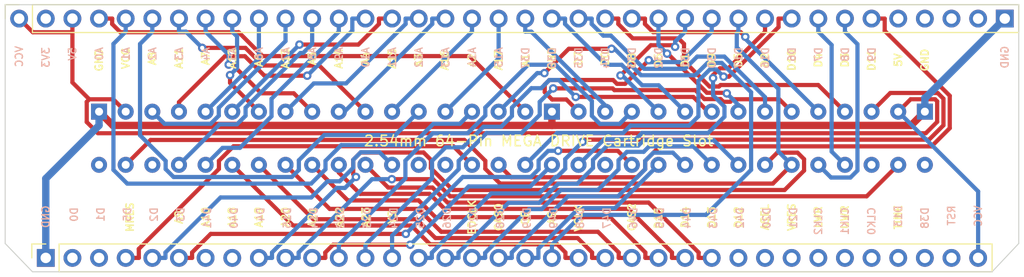
<source format=kicad_pcb>
(kicad_pcb (version 20211014) (generator pcbnew)
  (title_block (title "OSCR MEGADRIVE ADAPTER") (date "2021-11-15") (rev "V1"))
  (layers (0 "F.Cu" signal) (31 "B.Cu" signal) (34 "B.Paste" user) (35 "F.Paste" user) (36 "B.SilkS" user "B.Silkscreen") (37 "F.SilkS" user "F.Silkscreen") (38 "B.Mask" user) (39 "F.Mask" user) (44 "Edge.Cuts" user))
  (net 0 "")
  (net 1 "D50")
  (net 2 "D51")
  (net 3 "D28")
  (net 4 "D52")
  (net 5 "D26")
  (net 6 "D27")
  (net 7 "D24")
  (net 8 "D25")
  (net 9 "D22")
  (net 10 "D23")
  (net 11 "D53")
  (net 12 "+3V3")
  (net 13 "D9")
  (net 14 "D8")
  (net 15 "D7")
  (net 16 "D6")
  (net 17 "D16")
  (net 18 "D17")
  (net 19 "D30")
  (net 20 "D31")
  (net 21 "D32")
  (net 22 "D33")
  (net 23 "D34")
  (net 24 "D36")
  (net 25 "D37")
  (net 26 "VCC")
  (net 27 "D0")
  (net 28 "D1")
  (net 29 "D5")
  (net 30 "D2")
  (net 31 "D3")
  (net 32 "GND")
  (net 33 "D46")
  (net 34 "D47")
  (net 35 "D44")
  (net 36 "D45")
  (net 37 "D42")
  (net 38 "D43")
  (net 39 "D41")
  (net 40 "D40")
  (net 41 "D4")
  (net 42 "D15")
  (net 43 "D14")
  (net 44 "D29")
  (net 45 "D20")
  (net 46 "D21")
  (net 47 "A14")
  (net 48 "A15")
  (net 49 "A12")
  (net 50 "A13")
  (net 51 "A10")
  (net 52 "A11")
  (net 53 "A8")
  (net 54 "A9")
  (net 55 "A6")
  (net 56 "A7")
  (net 57 "A4")
  (net 58 "A5")
  (net 59 "A2")
  (net 60 "A3")
  (net 61 "A0")
  (net 62 "A1")
  (net 63 "D35")
  (net 64 "CLK2")
  (net 65 "CLK1")
  (net 66 "D13")
  (net 67 "D38")
  (net 68 "D49")
  (net 69 "D48")
  (net 70 "RESET")
  (net 72 "CLK0")
  (footprint "Connector_PinSocket_2.54mm:PinSocket_1x36_P2.54mm_Vertical" (layer "F.Cu") (at 105.1 104.255 90)
    (fp_text reference "J2" hide)
    (fp_text value "CART SLOT BOTTOM ROW" hide)
  )
  (footprint "Connector_PinSocket_2.54mm:PinSocket_1x38_P2.54mm_Vertical" (layer "F.Cu") (at 102.56 81.395 90)
    (fp_text reference "J1" hide)
    (fp_text value "CART SLOT TOP ROW" hide)
  )
  (footprint "!sanni:MD_Slot" (layer "F.Cu") (at 149.55 92.825 90)
    (fp_text reference "U1" hide)
    (fp_text value "MD_Slot" hide)
  )
  (gr_line (start 101.23 80.07) (end 101.23 102.88) (layer "Edge.Cuts") (width 0.1))
  (gr_line (start 197.87 80.07) (end 101.23 80.07) (layer "Edge.Cuts") (width 0.1))
  (gr_line (start 195.33 105.58) (end 197.87 102.88) (layer "Edge.Cuts") (width 0.1))
  (gr_line (start 103.83 105.58) (end 195.33 105.58) (layer "Edge.Cuts") (width 0.1))
  (gr_line (start 197.87 102.88) (end 197.87 80.07) (layer "Edge.Cuts") (width 0.1))
  (gr_line (start 101.23 102.88) (end 103.83 105.58) (layer "Edge.Cuts") (width 0.1))
  (gr_text "D43" (at 168.76 99.345 90) (layer "B.SilkS") (effects (font (size 0.7 0.7) (thickness 0.125)) (justify left mirror)))
  (gr_text "D3" (at 117.96 99.345 90) (layer "B.SilkS") (effects (font (size 0.7 0.7) (thickness 0.125)) (justify left mirror)))
  (gr_text "D1" (at 110.34 99.345 90) (layer "B.SilkS") (effects (font (size 0.7 0.7) (thickness 0.125)) (justify left mirror)))
  (gr_text "D9" (at 183.86 84.055 90) (layer "B.SilkS") (effects (font (size 0.7 0.7) (thickness 0.125)) (justify left mirror)))
  (gr_text "A6" (at 125.44 84.055 90) (layer "B.SilkS") (effects (font (size 0.7 0.7) (thickness 0.125)) (justify left mirror)))
  (gr_text "D48" (at 156.06 99.345 90) (layer "B.SilkS") (effects (font (size 0.7 0.7) (thickness 0.125)) (justify left mirror)))
  (gr_text "VCC" (at 194 99.175 90) (layer "B.SilkS") (effects (font (size 0.7 0.7) (thickness 0.125)) (justify left mirror)))
  (gr_text "A4" (at 120.36 84.055 90) (layer "B.SilkS") (effects (font (size 0.7 0.7) (thickness 0.125)) (justify left mirror)))
  (gr_text "A2" (at 115.28 84.055 90) (layer "B.SilkS") (effects (font (size 0.7 0.7) (thickness 0.125)) (justify left mirror)))
  (gr_text "D31" (at 166.08 84.055 90) (layer "B.SilkS") (effects (font (size 0.7 0.7) (thickness 0.125)) (justify left mirror)))
  (gr_text "D23" (at 135.74 99.345 90) (layer "B.SilkS") (effects (font (size 0.7 0.7) (thickness 0.125)) (justify left mirror)))
  (gr_text "D7" (at 178.78 84.055 90) (layer "B.SilkS") (effects (font (size 0.7 0.7) (thickness 0.125)) (justify left mirror)))
  (gr_text "D49" (at 153.52 99.345 90) (layer "B.SilkS") (effects (font (size 0.7 0.7) (thickness 0.125)) (justify left mirror)))
  (gr_text "D38" (at 188.92 99.345 90) (layer "B.SilkS") (effects (font (size 0.7 0.7) (thickness 0.125)) (justify left mirror)))
  (gr_text "A10" (at 135.6 84.055 90) (layer "B.SilkS") (effects (font (size 0.7 0.7) (thickness 0.125)) (justify left mirror)))
  (gr_text "D37" (at 150.84 84.055 90) (layer "B.SilkS") (effects (font (size 0.7 0.7) (thickness 0.125)) (justify left mirror)))
  (gr_text "D4" (at 125.58 99.345 90) (layer "B.SilkS") (effects (font (size 0.7 0.7) (thickness 0.125)) (justify left mirror)))
  (gr_text "D32" (at 163.54 84.055 90) (layer "B.SilkS") (effects (font (size 0.7 0.7) (thickness 0.125)) (justify left mirror)))
  (gr_text "D8" (at 181.32 84.055 90) (layer "B.SilkS") (effects (font (size 0.7 0.7) (thickness 0.125)) (justify left mirror)))
  (gr_text "D30" (at 168.62 84.055 90) (layer "B.SilkS") (effects (font (size 0.7 0.7) (thickness 0.125)) (justify left mirror)))
  (gr_text "D29" (at 150.98 99.345 90) (layer "B.SilkS") (effects (font (size 0.7 0.7) (thickness 0.125)) (justify left mirror)))
  (gr_text "RST" (at 191.46 99.175 90) (layer "B.SilkS") (effects (font (size 0.7 0.7) (thickness 0.125)) (justify left mirror)))
  (gr_text "A14" (at 145.76 84.055 90) (layer "B.SilkS") (effects (font (size 0.7 0.7) (thickness 0.125)) (justify left mirror)))
  (gr_text "D2" (at 115.42 99.345 90) (layer "B.SilkS") (effects (font (size 0.7 0.7) (thickness 0.125)) (justify left mirror)))
  (gr_text "CLK2" (at 178.76 99.345 90) (layer "B.SilkS") (effects (font (size 0.7 0.7) (thickness 0.125)) (justify left mirror)))
  (gr_text "D14" (at 130.66 99.345 90) (layer "B.SilkS") (effects (font (size 0.7 0.7) (thickness 0.125)) (justify left mirror)))
  (gr_text "3V3" (at 105.1 84.055 90) (layer "B.SilkS") (effects (font (size 0.7 0.7) (thickness 0.125)) (justify left mirror)))
  (gr_text "D47" (at 158.6 99.345 90) (layer "B.SilkS") (effects (font (size 0.7 0.7) (thickness 0.125)) (justify left mirror)))
  (gr_text "D6" (at 176.24 84.055 90) (layer "B.SilkS") (effects (font (size 0.7 0.7) (thickness 0.125)) (justify left mirror)))
  (gr_text "A0" (at 110.2 84.055 90) (layer "B.SilkS") (effects (font (size 0.7 0.7) (thickness 0.125)) (justify left mirror)))
  (gr_text "D40" (at 123.04 99.345 90) (layer "B.SilkS") (effects (font (size 0.7 0.7) (thickness 0.125)) (justify left mirror)))
  (gr_text "A5" (at 122.9 84.055 90) (layer "B.SilkS") (effects (font (size 0.7 0.7) (thickness 0.125)) (justify left mirror)))
  (gr_text "CLK1" (at 181.3 99.345 90) (layer "B.SilkS") (effects (font (size 0.7 0.7) (thickness 0.125)) (justify left mirror)))
  (gr_text "A1" (at 112.74 84.055 90) (layer "B.SilkS") (effects (font (size 0.7 0.7) (thickness 0.125)) (justify left mirror)))
  (gr_text "D24" (at 138.28 99.345 90) (layer "B.SilkS") (effects (font (size 0.7 0.7) (thickness 0.125)) (justify left mirror)))
  (gr_text "D44" (at 166.22 99.345 90) (layer "B.SilkS") (effects (font (size 0.7 0.7) (thickness 0.125)) (justify left mirror)))
  (gr_text "D22" (at 133.2 99.345 90) (layer "B.SilkS") (effects (font (size 0.7 0.7) (thickness 0.125)) (justify left mirror)))
  (gr_text "A12" (at 140.68 84.055 90) (layer "B.SilkS") (effects (font (size 0.7 0.7) (thickness 0.125)) (justify left mirror)))
  (gr_text "D26" (at 143.36 99.345 90) (layer "B.SilkS") (effects (font (size 0.7 0.7) (thickness 0.125)) (justify left mirror)))
  (gr_text "D42" (at 171.3 99.345 90) (layer "B.SilkS") (effects (font (size 0.7 0.7) (thickness 0.125)) (justify left mirror)))
  (gr_text "VCC" (at 102.56 83.935 90) (layer "B.SilkS") (effects (font (size 0.7 0.7) (thickness 0.125)) (justify left mirror)))
  (gr_text "D5" (at 112.88 99.345 90) (layer "B.SilkS") (effects (font (size 0.7 0.7) (thickness 0.125)) (justify left mirror)))
  (gr_text "A3" (at 117.82 84.055 90) (layer "B.SilkS") (effects (font (size 0.7 0.7) (thickness 0.125)) (justify left mirror)))
  (gr_text "D36" (at 153.38 84.055 90) (layer "B.SilkS") (effects (font (size 0.7 0.7) (thickness 0.125)) (justify left mirror)))
  (gr_text "D33" (at 161 84.055 90) (layer "B.SilkS") (effects (font (size 0.7 0.7) (thickness 0.125)) (justify left mirror)))
  (gr_text "D34" (at 158.46 84.055 90) (layer "B.SilkS") (effects (font (size 0.7 0.7) (thickness 0.125)) (justify left mirror)))
  (gr_text "D15" (at 128.12 99.345 90) (layer "B.SilkS") (effects (font (size 0.7 0.7) (thickness 0.125)) (justify left mirror)))
  (gr_text "GND" (at 105.1 99.175 90) (layer "B.SilkS") (effects (font (size 0.7 0.7) (thickness 0.125)) (justify left mirror)))
  (gr_text "D28" (at 148.44 99.345 90) (layer "B.SilkS") (effects (font (size 0.7 0.7) (thickness 0.125)) (justify left mirror)))
  (gr_text "D21" (at 176.38 99.345 90) (layer "B.SilkS") (effects (font (size 0.7 0.7) (thickness 0.125)) (justify left mirror)))
  (gr_text "CLK0" (at 183.84 99.345 90) (layer "B.SilkS") (effects (font (size 0.7 0.7) (thickness 0.125)) (justify left mirror)))
  (gr_text "D17" (at 171.16 84.055 90) (layer "B.SilkS") (effects (font (size 0.7 0.7) (thickness 0.125)) (justify left mirror)))
  (gr_text "D41" (at 120.5 99.345 90) (layer "B.SilkS") (effects (font (size 0.7 0.7) (thickness 0.125)) (justify left mirror)))
  (gr_text "A9" (at 133.06 84.055 90) (layer "B.SilkS") (effects (font (size 0.7 0.7) (thickness 0.125)) (justify left mirror)))
  (gr_text "A7" (at 127.98 84.055 90) (layer "B.SilkS") (effects (font (size 0.7 0.7) (thickness 0.125)) (justify left mirror)))
  (gr_text "D27" (at 145.9 99.345 90) (layer "B.SilkS") (effects (font (size 0.7 0.7) (thickness 0.125)) (justify left mirror)))
  (gr_text "GND" (at 196.54 83.935 90) (layer "B.SilkS") (effects (font (size 0.7 0.7) (thickness 0.125)) (justify left mirror)))
  (gr_text "A8" (at 130.52 84.055 90) (layer "B.SilkS") (effects (font (size 0.7 0.7) (thickness 0.125)) (justify left mirror)))
  (gr_text "D46" (at 161.14 99.345 90) (layer "B.SilkS") (effects (font (size 0.7 0.7) (thickness 0.125)) (justify left mirror)))
  (gr_text "A11" (at 138.14 84.055 90) (layer "B.SilkS") (effects (font (size 0.7 0.7) (thickness 0.125)) (justify left mirror)))
  (gr_text "D20" (at 173.84 99.345 90) (layer "B.SilkS") (effects (font (size 0.7 0.7) (thickness 0.125)) (justify left mirror)))
  (gr_text "A13" (at 143.22 84.055 90) (layer "B.SilkS") (effects (font (size 0.7 0.7) (thickness 0.125)) (justify left mirror)))
  (gr_text "D16" (at 173.7 84.055 90) (layer "B.SilkS") (effects (font (size 0.7 0.7) (thickness 0.125)) (justify left mirror)))
  (gr_text "D13" (at 186.38 99.175 90) (layer "B.SilkS") (effects (font (size 0.7 0.7) (thickness 0.125)) (justify left mirror)))
  (gr_text "A15" (at 148.3 84.055 90) (layer "B.SilkS") (effects (font (size 0.7 0.7) (thickness 0.125)) (justify left mirror)))
  (gr_text "D25" (at 140.82 99.345 90) (layer "B.SilkS") (effects (font (size 0.7 0.7) (thickness 0.125)) (justify left mirror)))
  (gr_text "D45" (at 163.68 99.345 90) (layer "B.SilkS") (effects (font (size 0.7 0.7) (thickness 0.125)) (justify left mirror)))
  (gr_text "5V" (at 107.64 84.055 90) (layer "B.SilkS") (effects (font (size 0.7 0.7) (thickness 0.125)) (justify left mirror)))
  (gr_text "D0" (at 107.8 99.345 90) (layer "B.SilkS") (effects (font (size 0.7 0.7) (thickness 0.125)) (justify left mirror)))
  (gr_text "D35" (at 155.92 84.055 90) (layer "B.SilkS") (effects (font (size 0.7 0.7) (thickness 0.125)) (justify left mirror)))
  (gr_text "A3" (at 140.66 85.365 90) (layer "F.SilkS") (effects (font (size 0.7 0.7))))
  (gr_text "D11" (at 183.84 85.365 90) (layer "F.SilkS") (effects (font (size 0.7 0.7))))
  (gr_text "D5" (at 171.14 85.365 90) (layer "F.SilkS") (effects (font (size 0.7 0.7))))
  (gr_text "A9\n" (at 117.8 100.364999 90) (layer "F.SilkS") (effects (font (size 0.7 0.7))))
  (gr_text "A18" (at 122.88 100.364999 90) (layer "F.SilkS") (effects (font (size 0.7 0.7))))
  (gr_text "EDCLK\n" (at 145.74 100.365 90) (layer "F.SilkS") (effects (font (size 0.7 0.7))))
  (gr_text "GND" (at 188.92 85.357444 90) (layer "F.SilkS") (effects (font (size 0.7 0.7))))
  (gr_text "D3" (at 181.3 85.365 90) (layer "F.SilkS") (effects (font (size 0.7 0.7))))
  (gr_text "A20" (at 127.96 100.364999 90) (layer "F.SilkS") (effects (font (size 0.7 0.7))))
  (gr_text "LWR" (at 178.76 100.365 90) (layer "F.SilkS") (effects (font (size 0.7 0.7))))
  (gr_text "D7" (at 155.9 85.205 90) (layer "F.SilkS") (effects (font (size 0.7 0.7))))
  (gr_text "CE" (at 150.82 100.445 90) (layer "F.SilkS") (effects (font (size 0.7 0.7))))
  (gr_text "A7" (at 120.34 85.205 90) (layer "F.SilkS") (effects (font (size 0.7 0.7))))
  (gr_text "ASEL" (at 173.68 100.365 90) (layer "F.SilkS") (effects (font (size 0.7 0.7))))
  (gr_text "A23" (at 135.63 100.364999 90) (layer "F.SilkS") (effects (font (size 0.7 0.7))))
  (gr_text "D10" (at 176.22 85.365 90) (layer "F.SilkS") (effects (font (size 0.7 0.7))))
  (gr_text "GND" (at 110.18 85.365 90) (layer "F.SilkS") (effects (font (size 0.7 0.7))))
  (gr_text "A8" (at 115.26 85.205 90) (layer "F.SilkS") (effects (font (size 0.7 0.7))))
  (gr_text "TIME" (at 186.38 100.365 90) (layer "F.SilkS") (effects (font (size 0.7 0.7))))
  (gr_text "D14\n" (at 166.06 100.365 90) (layer "F.SilkS") (effects (font (size 0.7 0.7))))
  (gr_text "D1" (at 166.06 85.365 90) (layer "F.SilkS") (effects (font (size 0.7 0.7))))
  (gr_text "A11" (at 117.8 85.205 90) (layer "F.SilkS") (effects (font (size 0.7 0.7))))
  (gr_text "A2" (at 145.74 85.365 90) (layer "F.SilkS") (effects (font (size 0.7 0.7))))
  (gr_text "MRES" (at 113.13 100.364999 90) (layer "F.SilkS") (effects (font (size 0.7 0.7))))
  (gr_text "VCLK\n" (at 155.9 100.445 90) (layer "F.SilkS") (effects (font (size 0.7 0.7))))
  (gr_text "AS" (at 153.36 100.445 90) (layer "F.SilkS") (effects (font (size 0.7 0.7))))
  (gr_text "A6" (at 125.42 85.365 90) (layer "F.SilkS") (effects (font (size 0.7 0.7))))
  (gr_text "UWR" (at 181.3 100.365 90) (layer "F.SilkS") (effects (font (size 0.7 0.7))))
  (gr_text "VCC" (at 112.72 85.205 90) (layer "F.SilkS") (effects (font (size 0.7 0.7))))
  (gr_text "D8" (at 160.98 85.365 90) (layer "F.SilkS") (effects (font (size 0.7 0.7))))
  (gr_text "A15" (at 138.13 85.205 90) (layer "F.SilkS") (effects (font (size 0.7 0.7))))
  (gr_text "A4" (at 135.58 85.205 90) (layer "F.SilkS") (effects (font (size 0.7 0.7))))
  (gr_text "A16" (at 143.13 85.365 90) (layer "F.SilkS") (effects (font (size 0.7 0.7))))
  (gr_text "D2" (at 173.68 85.365 90) (layer "F.SilkS") (effects (font (size 0.7 0.7))))
  (gr_text "VRES" (at 176.22 100.365 90) (layer "F.SilkS") (effects (font (size 0.7 0.7))))
  (gr_text "GND" (at 153.36 85.205 90) (layer "F.SilkS") (effects (font (size 0.7 0.7))))
  (gr_text "A12" (at 122.88 85.205 90) (layer "F.SilkS") (effects (font (size 0.7 0.7))))
  (gr_text "D4" (at 178.76 85.365 90) (layer "F.SilkS") (effects (font (size 0.7 0.7))))
  (gr_text "A21" (at 130.5 100.364999 90) (layer "F.SilkS") (effects (font (size 0.7 0.7))))
  (gr_text "D6" (at 163.52 85.365 90) (layer "F.SilkS") (effects (font (size 0.7 0.7))))
  (gr_text "D9" (at 168.6 85.365 90) (layer "F.SilkS") (effects (font (size 0.7 0.7))))
  (gr_text "D0" (at 158.44 85.205 90) (layer "F.SilkS") (effects (font (size 0.7 0.7))))
  (gr_text "A1" (at 150.85 85.365 90) (layer "F.SilkS") (effects (font (size 0.7 0.7))))
  (gr_text "CAS2" (at 160.98 100.365 90) (layer "F.SilkS") (effects (font (size 0.7 0.7))))
  (gr_text "2.54mm 64-Pin MEGA DRIVE Cartridge Slot" (at 152.09 93.08) (layer "F.SilkS") (effects (font (size 1 1))))
  (gr_text "A10" (at 120.34 100.364999 90) (layer "F.SilkS") (effects (font (size 0.7 0.7))))
  (gr_text "A5" (at 130.5 85.205 90) (layer "F.SilkS") (effects (font (size 0.7 0.7))))
  (gr_text "A19\n" (at 125.42 100.364999 90) (layer "F.SilkS") (effects (font (size 0.7 0.7))))
  (gr_text "A17" (at 148.28 85.365 90) (layer "F.SilkS") (effects (font (size 0.7 0.7))))
  (gr_text "D13" (at 168.6 100.365 90) (layer "F.SilkS") (effects (font (size 0.7 0.7))))
  (gr_text "5V" (at 186.38 85.357444 90) (layer "F.SilkS") (effects (font (size 0.7 0.7))))
  (gr_text "A14\n" (at 133.04 85.205 90) (layer "F.SilkS") (effects (font (size 0.7 0.7))))
  (gr_text "D12" (at 171.14 100.365 90) (layer "F.SilkS") (effects (font (size 0.7 0.7))))
  (gr_text "YS" (at 138.13 100.364999 90) (layer "F.SilkS") (effects (font (size 0.7 0.7))))
  (gr_text "CAS0\n" (at 148.28 100.365 90) (layer "F.SilkS") (effects (font (size 0.7 0.7))))
  (gr_text "A22" (at 133.13 100.364999 90) (layer "F.SilkS") (effects (font (size 0.7 0.7))))
  (gr_text "D15" (at 163.52 100.445 90) (layer "F.SilkS") (effects (font (size 0.7 0.7))))
  (gr_text "A13" (at 127.96 85.205 90) (layer "F.SilkS") (effects (font (size 0.7 0.7))))
  (segment (start 162.25 95.7859) (end 159.6558 98.3801) (width 0.4) (layer "B.Cu") (net 3))
  (segment (start 154.8871 98.3801) (end 149.5303 103.7369) (width 0.4) (layer "B.Cu") (net 3))
  (segment (start 162.25 94.9911) (end 162.25 95.7859) (width 0.4) (layer "B.Cu") (net 3))
  (segment (start 148.28 104.255) (end 149.5303 104.255) (width 0.4) (layer "B.Cu") (net 3))
  (segment (start 163.0385 94.2026) (end 162.25 94.9911) (width 0.4) (layer "B.Cu") (net 3))
  (segment (start 164.8976 94.2026) (end 163.0385 94.2026) (width 0.4) (layer "B.Cu") (net 3))
  (segment (start 166.06 95.365) (end 164.8976 94.2026) (width 0.4) (layer "B.Cu") (net 3))
  (segment (start 159.6558 98.3801) (end 154.8871 98.3801) (width 0.4) (layer "B.Cu") (net 3))
  (segment (start 149.5303 103.7369) (end 149.5303 104.255) (width 0.4) (layer "B.Cu") (net 3))
  (segment (start 157.2776 95.6726) (end 157.2776 94.8835) (width 0.4) (layer "B.Cu") (net 5))
  (segment (start 153.9651 97.1701) (end 155.7801 97.1701) (width 0.4) (layer "B.Cu") (net 5))
  (segment (start 157.2776 94.8835) (end 158.6387 93.5224) (width 0.4) (layer "B.Cu") (net 5))
  (segment (start 168.7721 92.9971) (end 171.14 95.365) (width 0.4) (layer "B.Cu") (net 5))
  (segment (start 152.1415 98.9937) (end 153.9651 97.1701) (width 0.4) (layer "B.Cu") (net 5))
  (segment (start 143.2 104.255) (end 144.4503 104.255) (width 0.4) (layer "B.Cu") (net 5))
  (segment (start 158.6387 93.5224) (end 161.6 93.5224) (width 0.4) (layer "B.Cu") (net 5))
  (segment (start 144.4503 103.7581) (end 149.2147 98.9937) (width 0.4) (layer "B.Cu") (net 5))
  (segment (start 155.7801 97.1701) (end 157.2776 95.6726) (width 0.4) (layer "B.Cu") (net 5))
  (segment (start 162.1253 92.9971) (end 168.7721 92.9971) (width 0.4) (layer "B.Cu") (net 5))
  (segment (start 144.4503 104.255) (end 144.4503 103.7581) (width 0.4) (layer "B.Cu") (net 5))
  (segment (start 149.2147 98.9937) (end 152.1415 98.9937) (width 0.4) (layer "B.Cu") (net 5))
  (segment (start 161.6 93.5224) (end 162.1253 92.9971) (width 0.4) (layer "B.Cu") (net 5))
  (segment (start 157.7398 97.7705) (end 159.71 95.8003) (width 0.4) (layer "B.Cu") (net 6))
  (segment (start 159.71 95.8003) (end 159.71 94.9253) (width 0.4) (layer "B.Cu") (net 6))
  (segment (start 166.8372 93.6022) (end 168.6 95.365) (width 0.4) (layer "B.Cu") (net 6))
  (segment (start 146.9903 103.7765) (end 151.1728 99.594) (width 0.4) (layer "B.Cu") (net 6))
  (segment (start 145.74 104.255) (end 146.9903 104.255) (width 0.4) (layer "B.Cu") (net 6))
  (segment (start 154.2136 97.7705) (end 157.7398 97.7705) (width 0.4) (layer "B.Cu") (net 6))
  (segment (start 146.9903 104.255) (end 146.9903 103.7765) (width 0.4) (layer "B.Cu") (net 6))
  (segment (start 162.1091 94.1228) (end 162.6297 93.6022) (width 0.4) (layer "B.Cu") (net 6))
  (segment (start 160.5125 94.1228) (end 162.1091 94.1228) (width 0.4) (layer "B.Cu") (net 6))
  (segment (start 159.71 94.9253) (end 160.5125 94.1228) (width 0.4) (layer "B.Cu") (net 6))
  (segment (start 152.3901 99.594) (end 154.2136 97.7705) (width 0.4) (layer "B.Cu") (net 6))
  (segment (start 162.6297 93.6022) (end 166.8372 93.6022) (width 0.4) (layer "B.Cu") (net 6))
  (segment (start 151.1728 99.594) (end 152.3901 99.594) (width 0.4) (layer "B.Cu") (net 6))
  (segment (start 167.8947 89.0845) (end 169.4482 89.0845) (width 0.4) (layer "F.Cu") (net 7))
  (segment (start 175.0351 89.1001) (end 176.22 90.285) (width 0.4) (layer "F.Cu") (net 7))
  (segment (start 153.4796 88.0647) (end 159.1531 88.0647) (width 0.4) (layer "F.Cu") (net 7))
  (segment (start 170.3685 89.3419) (end 170.6103 89.1001) (width 0.4) (layer "F.Cu") (net 7))
  (segment (start 167.0403 88.2301) (end 167.8947 89.0845) (width 0.4) (layer "F.Cu") (net 7))
  (segment (start 159.1531 88.0647) (end 159.3185 88.2301) (width 0.4) (layer "F.Cu") (net 7))
  (segment (start 170.6103 89.1001) (end 175.0351 89.1001) (width 0.4) (layer "F.Cu") (net 7))
  (segment (start 169.7056 89.3419) (end 170.3685 89.3419) (width 0.4) (layer "F.Cu") (net 7))
  (segment (start 159.3185 88.2301) (end 167.0403 88.2301) (width 0.4) (layer "F.Cu") (net 7))
  (segment (start 169.4482 89.0845) (end 169.7056 89.3419) (width 0.4) (layer "F.Cu") (net 7))
  (via (at 153.4796 88.0647) (size 0.8) (drill 0.4) (layers "F.Cu" "B.Cu") (net 7))
  (segment (start 144.47 95.7814) (end 138.12 102.1314) (width 0.4) (layer "B.Cu") (net 7))
  (segment (start 153.4796 88.0647) (end 152.1976 89.3467) (width 0.4) (layer "B.Cu") (net 7))
  (segment (start 152.1976 89.3467) (end 152.1976 90.5926) (width 0.4) (layer "B.Cu") (net 7))
  (segment (start 152.1976 90.5926) (end 150.4642 92.326) (width 0.4) (layer "B.Cu") (net 7))
  (segment (start 144.47 94.9913) (end 144.47 95.7814) (width 0.4) (layer "B.Cu") (net 7))
  (segment (start 138.12 102.1314) (end 138.12 104.255) (width 0.4) (layer "B.Cu") (net 7))
  (segment (start 150.4642 92.326) (end 147.1353 92.326) (width 0.4) (layer "B.Cu") (net 7))
  (segment (start 147.1353 92.326) (end 144.47 94.9913) (width 0.4) (layer "B.Cu") (net 7))
  (segment (start 156.49 92.9581) (end 189.3215 92.9581) (width 0.4) (layer "F.Cu") (net 8))
  (segment (start 190.6925 91.5871) (end 190.6925 89.0508) (width 0.4) (layer "F.Cu") (net 8))
  (segment (start 190.6925 89.0508) (end 190.1421 88.5004) (width 0.4) (layer "F.Cu") (net 8))
  (segment (start 189.3215 92.9581) (end 190.6925 91.5871) (width 0.4) (layer "F.Cu") (net 8))
  (segment (start 190.1421 88.5004) (end 185.6246 88.5004) (width 0.4) (layer "F.Cu") (net 8))
  (segment (start 156.2798 93.1683) (end 156.49 92.9581) (width 0.4) (layer "F.Cu") (net 8))
  (segment (start 185.6246 88.5004) (end 183.84 90.285) (width 0.4) (layer "F.Cu") (net 8))
  (via (at 156.2798 93.1683) (size 0.8) (drill 0.4) (layers "F.Cu" "B.Cu") (net 8))
  (segment (start 147.5737 98.0932) (end 152.1373 98.0932) (width 0.4) (layer "B.Cu") (net 8))
  (segment (start 140.66 104.255) (end 141.9103 104.255) (width 0.4) (layer "B.Cu") (net 8))
  (segment (start 152.1373 98.0932) (end 153.7031 96.5274) (width 0.4) (layer "B.Cu") (net 8))
  (segment (start 141.9103 104.255) (end 141.9103 103.7566) (width 0.4) (layer "B.Cu") (net 8))
  (segment (start 153.7031 96.5274) (end 153.8449 96.5274) (width 0.4) (layer "B.Cu") (net 8))
  (segment (start 153.8449 96.5274) (end 154.63 95.7423) (width 0.4) (layer "B.Cu") (net 8))
  (segment (start 154.63 94.8181) (end 156.2798 93.1683) (width 0.4) (layer "B.Cu") (net 8))
  (segment (start 154.63 95.7423) (end 154.63 94.8181) (width 0.4) (layer "B.Cu") (net 8))
  (segment (start 141.9103 103.7566) (end 147.5737 98.0932) (width 0.4) (layer "B.Cu") (net 8))
  (segment (start 157.17 89.2781) (end 157.17 90.6887) (width 0.4) (layer "B.Cu") (net 9))
  (segment (start 139.39 96.6547) (end 139.39 94.9621) (width 0.4) (layer "B.Cu") (net 9))
  (segment (start 142.0042 92.3479) (end 145.321 92.3479) (width 0.4) (layer "B.Cu") (net 9))
  (segment (start 153.6937 85.8018) (end 157.17 89.2781) (width 0.4) (layer "B.Cu") (net 9))
  (segment (start 139.39 94.9621) (end 142.0042 92.3479) (width 0.4) (layer "B.Cu") (net 9))
  (segment (start 133.04 104.255) (end 133.04 103.0047) (width 0.4) (layer "B.Cu") (net 9))
  (segment (start 133.04 103.0047) (end 139.39 96.6547) (width 0.4) (layer "B.Cu") (net 9))
  (segment (start 147.01 90.6589) (end 147.01 89.8853) (width 0.4) (layer "B.Cu") (net 9))
  (segment (start 147.01 89.8853) (end 151.0935 85.8018) (width 0.4) (layer "B.Cu") (net 9))
  (segment (start 151.0935 85.8018) (end 153.6937 85.8018) (width 0.4) (layer "B.Cu") (net 9))
  (segment (start 145.321 92.3479) (end 147.01 90.6589) (width 0.4) (layer "B.Cu") (net 9))
  (segment (start 157.17 90.6887) (end 157.9363 91.455) (width 0.4) (layer "B.Cu") (net 9))
  (segment (start 159.81 91.455) (end 160.98 90.285) (width 0.4) (layer "B.Cu") (net 9))
  (segment (start 157.9363 91.455) (end 159.81 91.455) (width 0.4) (layer "B.Cu") (net 9))
  (segment (start 168.2463 90.285) (end 168.6 90.285) (width 0.4) (layer "F.Cu") (net 10))
  (segment (start 166.8408 88.8795) (end 168.2463 90.285) (width 0.4) (layer "F.Cu") (net 10))
  (segment (start 155.6312 88.8795) (end 166.8408 88.8795) (width 0.4) (layer "F.Cu") (net 10))
  (via (at 155.6312 88.8795) (size 0.8) (drill 0.4) (layers "F.Cu" "B.Cu") (net 10))
  (segment (start 151.3997 88.0453) (end 152.3351 88.0453) (width 0.4) (layer "B.Cu") (net 10))
  (segment (start 148.5249 91.7256) (end 149.55 90.7005) (width 0.4) (layer "B.Cu") (net 10))
  (segment (start 154.013 87.2613) (end 155.6312 88.8795) (width 0.4) (layer "B.Cu") (net 10))
  (segment (start 135.58 103.0047) (end 141.93 96.6547) (width 0.4) (layer "B.Cu") (net 10))
  (segment (start 149.55 89.895) (end 151.3997 88.0453) (width 0.4) (layer "B.Cu") (net 10))
  (segment (start 141.93 94.9872) (end 143.2256 93.6916) (width 0.4) (layer "B.Cu") (net 10))
  (segment (start 141.93 96.6547) (end 141.93 94.9872) (width 0.4) (layer "B.Cu") (net 10))
  (segment (start 153.1191 87.2613) (end 154.013 87.2613) (width 0.4) (layer "B.Cu") (net 10))
  (segment (start 149.55 90.7005) (end 149.55 89.895) (width 0.4) (layer "B.Cu") (net 10))
  (segment (start 135.58 104.255) (end 135.58 103.0047) (width 0.4) (layer "B.Cu") (net 10))
  (segment (start 143.2256 93.6916) (end 144.8712 93.6916) (width 0.4) (layer "B.Cu") (net 10))
  (segment (start 152.3351 88.0453) (end 153.1191 87.2613) (width 0.4) (layer "B.Cu") (net 10))
  (segment (start 146.8372 91.7256) (end 148.5249 91.7256) (width 0.4) (layer "B.Cu") (net 10))
  (segment (start 144.8712 93.6916) (end 146.8372 91.7256) (width 0.4) (layer "B.Cu") (net 10))
  (segment (start 149.4683 96.5533) (end 161.4745 96.5533) (width 0.4) (layer "F.Cu") (net 13))
  (segment (start 162.25 94.9901) (end 163.6378 93.6023) (width 0.4) (layer "F.Cu") (net 13))
  (segment (start 189.5533 93.6023) (end 191.2928 91.8628) (width 0.4) (layer "F.Cu") (net 13))
  (segment (start 191.2928 91.8628) (end 191.2928 88.7647) (width 0.4) (layer "F.Cu") (net 13))
  (segment (start 183.84 81.395) (end 185.0903 81.395) (width 0.4) (layer "F.Cu") (net 13))
  (segment (start 191.2928 88.7647) (end 185.0903 82.5622) (width 0.4) (layer "F.Cu") (net 13))
  (segment (start 162.25 95.7778) (end 162.25 94.9901) (width 0.4) (layer "F.Cu") (net 13))
  (segment (start 163.6378 93.6023) (end 189.5533 93.6023) (width 0.4) (layer "F.Cu") (net 13))
  (segment (start 161.4745 96.5533) (end 162.25 95.7778) (width 0.4) (layer "F.Cu") (net 13))
  (segment (start 148.28 95.365) (end 149.4683 96.5533) (width 0.4) (layer "F.Cu") (net 13))
  (segment (start 185.0903 82.5622) (end 185.0903 81.395) (width 0.4) (layer "F.Cu") (net 13))
  (segment (start 182.4938 83.8391) (end 181.3 82.6453) (width 0.4) (layer "B.Cu") (net 14))
  (segment (start 178.76 95.365) (end 179.9725 96.5775) (width 0.4) (layer "B.Cu") (net 14))
  (segment (start 182.4938 95.9081) (end 182.4938 83.8391) (width 0.4) (layer "B.Cu") (net 14))
  (segment (start 179.9725 96.5775) (end 181.8244 96.5775) (width 0.4) (layer "B.Cu") (net 14))
  (segment (start 181.8244 96.5775) (end 182.4938 95.9081) (width 0.4) (layer "B.Cu") (net 14))
  (segment (start 181.3 81.395) (end 181.3 82.6453) (width 0.4) (layer "B.Cu") (net 14))
  (segment (start 181.3 95.365) (end 180.03 94.095) (width 0.4) (layer "B.Cu") (net 15))
  (segment (start 180.03 83.9153) (end 178.76 82.6453) (width 0.4) (layer "B.Cu") (net 15))
  (segment (start 178.76 81.395) (end 178.76 82.6453) (width 0.4) (layer "B.Cu") (net 15))
  (segment (start 180.03 94.095) (end 180.03 83.9153) (width 0.4) (layer "B.Cu") (net 15))
  (segment (start 174.9697 81.395) (end 174.9697 82.2062) (width 0.4) (layer "F.Cu") (net 16))
  (segment (start 176.22 81.395) (end 174.9697 81.395) (width 0.4) (layer "F.Cu") (net 16))
  (segment (start 170.235 86.9409) (end 169.7237 86.9409) (width 0.4) (layer "F.Cu") (net 16))
  (segment (start 174.9697 82.2062) (end 170.235 86.9409) (width 0.4) (layer "F.Cu") (net 16))
  (via (at 169.7237 86.9409) (size 0.8) (drill 0.4) (layers "F.Cu" "B.Cu") (net 16))
  (segment (start 168.4243 86.2507) (end 169.0335 86.2507) (width 0.4) (layer "B.Cu") (net 16))
  (segment (start 150.82 95.365) (end 153.8634 92.3216) (width 0.4) (layer "B.Cu") (net 16))
  (segment (start 153.8634 92.3216) (end 160.1473 92.3216) (width 0.4) (layer "B.Cu") (net 16))
  (segment (start 167.33 87.345) (end 168.4243 86.2507) (width 0.4) (layer "B.Cu") (net 16))
  (segment (start 160.8551 91.6138) (end 166.4391 91.6138) (width 0.4) (layer "B.Cu") (net 16))
  (segment (start 167.33 90.7229) (end 167.33 87.345) (width 0.4) (layer "B.Cu") (net 16))
  (segment (start 160.1473 92.3216) (end 160.8551 91.6138) (width 0.4) (layer "B.Cu") (net 16))
  (segment (start 169.0335 86.2507) (end 169.7237 86.9409) (width 0.4) (layer "B.Cu") (net 16))
  (segment (start 166.4391 91.6138) (end 167.33 90.7229) (width 0.4) (layer "B.Cu") (net 16))
  (segment (start 170.1847 86.1406) (end 169.3729 86.1406) (width 0.4) (layer "F.Cu") (net 17))
  (segment (start 169.3729 86.1406) (end 168.7233 86.7902) (width 0.4) (layer "F.Cu") (net 17))
  (segment (start 173.68 82.6453) (end 170.1847 86.1406) (width 0.4) (layer "F.Cu") (net 17))
  (segment (start 168.7233 86.7902) (end 168.7233 87.0836) (width 0.4) (layer "F.Cu") (net 17))
  (segment (start 173.68 81.395) (end 173.68 82.6453) (width 0.4) (layer "F.Cu") (net 17))
  (via (at 168.7233 87.0836) (size 0.8) (drill 0.4) (layers "F.Cu" "B.Cu") (net 17))
  (segment (start 158.343 92.922) (end 161.3515 92.922) (width 0.4) (layer "B.Cu") (net 17))
  (segment (start 161.3515 92.922) (end 161.9517 92.3218) (width 0.4) (layer "B.Cu") (net 17))
  (segment (start 161.9517 92.3218) (end 168.2587 92.3218) (width 0.4) (layer "B.Cu") (net 17))
  (segment (start 169.8121 89.806) (end 168.7233 88.7172) (width 0.4) (layer "B.Cu") (net 17))
  (segment (start 168.7233 88.7172) (end 168.7233 87.0836) (width 0.4) (layer "B.Cu") (net 17))
  (segment (start 168.2587 92.3218) (end 169.8121 90.7684) (width 0.4) (layer "B.Cu") (net 17))
  (segment (start 155.9 95.365) (end 158.343 92.922) (width 0.4) (layer "B.Cu") (net 17))
  (segment (start 169.8121 90.7684) (end 169.8121 89.806) (width 0.4) (layer "B.Cu") (net 17))
  (segment (start 148.4153 97.1537) (end 147.01 95.7484) (width 0.4) (layer "F.Cu") (net 18))
  (segment (start 145.0162 92.9876) (end 115.0974 92.9876) (width 0.4) (layer "F.Cu") (net 18))
  (segment (start 176.22 95.365) (end 174.4313 97.1537) (width 0.4) (layer "F.Cu") (net 18))
  (segment (start 174.4313 97.1537) (end 148.4153 97.1537) (width 0.4) (layer "F.Cu") (net 18))
  (segment (start 115.0974 92.9876) (end 112.72 95.365) (width 0.4) (layer "F.Cu") (net 18))
  (segment (start 147.01 94.9814) (end 145.0162 92.9876) (width 0.4) (layer "F.Cu") (net 18))
  (segment (start 147.01 95.7484) (end 147.01 94.9814) (width 0.4) (layer "F.Cu") (net 18))
  (segment (start 171.14 81.395) (end 171.14 82.6453) (width 0.4) (layer "B.Cu") (net 18))
  (segment (start 174.95 94.095) (end 174.95 88.1081) (width 0.4) (layer "B.Cu") (net 18))
  (segment (start 170.9861 82.7992) (end 171.14 82.6453) (width 0.4) (layer "B.Cu") (net 18))
  (segment (start 176.22 95.365) (end 174.95 94.095) (width 0.4) (layer "B.Cu") (net 18))
  (segment (start 174.95 88.1081) (end 170.9861 84.1442) (width 0.4) (layer "B.Cu") (net 18))
  (segment (start 170.9861 84.1442) (end 170.9861 82.7992) (width 0.4) (layer "B.Cu") (net 18))
  (segment (start 153.3757 89.1226) (end 152.6769 88.4238) (width 0.4) (layer "F.Cu") (net 19))
  (segment (start 153.1192 87.2612) (end 159.1985 87.2612) (width 0.4) (layer "F.Cu") (net 19))
  (segment (start 159.5671 87.6298) (end 160.333 87.6298) (width 0.4) (layer "F.Cu") (net 19))
  (segment (start 159.1985 87.2612) (end 159.5671 87.6298) (width 0.4) (layer "F.Cu") (net 19))
  (segment (start 152.6769 88.4238) (end 152.6769 87.7035) (width 0.4) (layer "F.Cu") (net 19))
  (segment (start 155.9 90.285) (end 154.7376 89.1226) (width 0.4) (layer "F.Cu") (net 19))
  (segment (start 154.7376 89.1226) (end 153.3757 89.1226) (width 0.4) (layer "F.Cu") (net 19))
  (segment (start 152.6769 87.7035) (end 153.1192 87.2612) (width 0.4) (layer "F.Cu") (net 19))
  (segment (start 160.333 87.6298) (end 162.5945 85.3683) (width 0.4) (layer "F.Cu") (net 19))
  (via (at 162.5945 85.3683) (size 0.8) (drill 0.4) (layers "F.Cu" "B.Cu") (net 19))
  (segment (start 168.6 81.395) (end 168.6 82.6453) (width 0.4) (layer "B.Cu") (net 19))
  (segment (start 168.6 82.6453) (end 165.6949 85.5504) (width 0.4) (layer "B.Cu") (net 19))
  (segment (start 165.6949 85.5504) (end 162.7766 85.5504) (width 0.4) (layer "B.Cu") (net 19))
  (segment (start 162.7766 85.5504) (end 162.5945 85.3683) (width 0.4) (layer "B.Cu") (net 19))
  (segment (start 164.9538 83.9411) (end 162.7869 83.9411) (width 0.4) (layer "F.Cu") (net 20))
  (segment (start 162.7869 83.9411) (end 159.8985 86.8295) (width 0.4) (layer "F.Cu") (net 20))
  (segment (start 165.1048 84.0921) (end 164.9538 83.9411) (width 0.4) (layer "F.Cu") (net 20))
  (via (at 159.8985 86.8295) (size 0.8) (drill 0.4) (layers "F.Cu" "B.Cu") (net 20))
  (via (at 165.1048 84.0921) (size 0.8) (drill 0.4) (layers "F.Cu" "B.Cu") (net 20))
  (segment (start 165.1049 84.0921) (end 165.1048 84.0921) (width 0.4) (layer "B.Cu") (net 20))
  (segment (start 166.06 81.395) (end 166.06 82.6453) (width 0.4) (layer "B.Cu") (net 20))
  (segment (start 159.8985 86.8295) (end 160.0645 86.8295) (width 0.4) (layer "B.Cu") (net 20))
  (segment (start 166.06 82.6453) (end 165.1049 83.6004) (width 0.4) (layer "B.Cu") (net 20))
  (segment (start 160.0645 86.8295) (end 163.52 90.285) (width 0.4) (layer "B.Cu") (net 20))
  (segment (start 165.1049 83.6004) (end 165.1049 84.0921) (width 0.4) (layer "B.Cu") (net 20))
  (segment (start 168.1433 88.4842) (end 169.9796 88.4842) (width 0.4) (layer "F.Cu") (net 21))
  (segment (start 164.4005 84.7414) (end 168.1433 88.4842) (width 0.4) (layer "F.Cu") (net 21))
  (segment (start 169.9796 88.4842) (end 170.037 88.5416) (width 0.4) (layer "F.Cu") (net 21))
  (segment (start 164.3393 84.7414) (end 164.4005 84.7414) (width 0.4) (layer "F.Cu") (net 21))
  (via (at 164.3393 84.7414) (size 0.8) (drill 0.4) (layers "F.Cu" "B.Cu") (net 21))
  (via (at 170.037 88.5416) (size 0.8) (drill 0.4) (layers "F.Cu" "B.Cu") (net 21))
  (segment (start 163.52 83.9221) (end 163.52 82.6453) (width 0.4) (layer "B.Cu") (net 21))
  (segment (start 164.3393 84.7414) (end 163.52 83.9221) (width 0.4) (layer "B.Cu") (net 21))
  (segment (start 171.14 90.285) (end 171.14 89.6446) (width 0.4) (layer "B.Cu") (net 21))
  (segment (start 163.52 81.395) (end 163.52 82.6453) (width 0.4) (layer "B.Cu") (net 21))
  (segment (start 171.14 89.6446) (end 170.037 88.5416) (width 0.4) (layer "B.Cu") (net 21))
  (segment (start 162.2303 81.9131) (end 163.0058 82.6886) (width 0.4) (layer "F.Cu") (net 22))
  (segment (start 162.2303 81.395) (end 162.2303 81.9131) (width 0.4) (layer "F.Cu") (net 22))
  (segment (start 163.0058 82.6886) (end 171.3542 82.6886) (width 0.4) (layer "F.Cu") (net 22))
  (segment (start 171.3542 82.6886) (end 171.797 83.1314) (width 0.4) (layer "F.Cu") (net 22))
  (segment (start 160.98 81.395) (end 162.2303 81.395) (width 0.4) (layer "F.Cu") (net 22))
  (via (at 171.797 83.1314) (size 0.8) (drill 0.4) (layers "F.Cu" "B.Cu") (net 22))
  (segment (start 171.797 83.322) (end 171.797 83.1314) (width 0.4) (layer "B.Cu") (net 22))
  (segment (start 178.76 90.285) (end 171.797 83.322) (width 0.4) (layer "B.Cu") (net 22))
  (segment (start 169.4334 87.7412) (end 178.7562 87.7412) (width 0.4) (layer "F.Cu") (net 23))
  (segment (start 169.2907 87.8839) (end 169.4334 87.7412) (width 0.4) (layer "F.Cu") (net 23))
  (segment (start 158.44 81.395) (end 159.6903 81.395) (width 0.4) (layer "F.Cu") (net 23))
  (segment (start 168.3919 87.8839) (end 169.2907 87.8839) (width 0.4) (layer "F.Cu") (net 23))
  (segment (start 159.6903 81.395) (end 159.6903 81.9131) (width 0.4) (layer "F.Cu") (net 23))
  (segment (start 161.0662 83.289) (end 165.4335 83.289) (width 0.4) (layer "F.Cu") (net 23))
  (segment (start 178.7562 87.7412) (end 181.3 90.285) (width 0.4) (layer "F.Cu") (net 23))
  (segment (start 159.6903 81.9131) (end 161.0662 83.289) (width 0.4) (layer "F.Cu") (net 23))
  (segment (start 165.4335 83.289) (end 165.9554 83.8109) (width 0.4) (layer "F.Cu") (net 23))
  (segment (start 165.9554 83.8109) (end 165.9554 85.4474) (width 0.4) (layer "F.Cu") (net 23))
  (segment (start 165.9554 85.4474) (end 168.3919 87.8839) (width 0.4) (layer "F.Cu") (net 23))
  (segment (start 154.6103 81.9105) (end 158.5078 85.808) (width 0.4) (layer "B.Cu") (net 24))
  (segment (start 163.5422 87.7672) (end 166.06 90.285) (width 0.4) (layer "B.Cu") (net 24))
  (segment (start 153.36 81.395) (end 154.6103 81.395) (width 0.4) (layer "B.Cu") (net 24))
  (segment (start 161.9681 87.7672) (end 163.5422 87.7672) (width 0.4) (layer "B.Cu") (net 24))
  (segment (start 158.5078 85.808) (end 160.0089 85.808) (width 0.4) (layer "B.Cu") (net 24))
  (segment (start 160.0089 85.808) (end 161.9681 87.7672) (width 0.4) (layer "B.Cu") (net 24))
  (segment (start 154.6103 81.395) (end 154.6103 81.9105) (width 0.4) (layer "B.Cu") (net 24))
  (segment (start 158.44 90.285) (end 158.44 89.6896) (width 0.4) (layer "B.Cu") (net 25))
  (segment (start 150.82 81.395) (end 150.82 82.6453) (width 0.4) (layer "B.Cu") (net 25))
  (segment (start 151.3957 82.6453) (end 150.82 82.6453) (width 0.4) (layer "B.Cu") (net 25))
  (segment (start 158.44 89.6896) (end 151.3957 82.6453) (width 0.4) (layer "B.Cu") (net 25))
  (segment (start 110.077 92.3477) (end 109.0047 91.2754) (width 0.4) (layer "F.Cu") (net 26))
  (segment (start 109.0047 89.3478) (end 109.2484 89.1041) (width 0.4) (layer "F.Cu") (net 26))
  (segment (start 190.0922 91.2625) (end 189.007 92.3477) (width 0.4) (layer "F.Cu") (net 26))
  (segment (start 103.8641 82.6991) (end 102.56 81.395) (width 0.4) (layer "F.Cu") (net 26))
  (segment (start 109.2484 89.1041) (end 107.64 87.4957) (width 0.4) (layer "F.Cu") (net 26))
  (segment (start 189.007 92.3477) (end 110.077 92.3477) (width 0.4) (layer "F.Cu") (net 26))
  (segment (start 107.64 82.6991) (end 103.8641 82.6991) (width 0.4) (layer "F.Cu") (net 26))
  (segment (start 190.0922 89.2994) (end 190.0922 91.2625) (width 0.4) (layer "F.Cu") (net 26))
  (segment (start 186.38 90.285) (end 187.5643 89.1007) (width 0.4) (layer "F.Cu") (net 26))
  (segment (start 107.64 82.6991) (end 107.64 81.395) (width 0.4) (layer "F.Cu") (net 26))
  (segment (start 187.5643 89.1007) (end 189.8935 89.1007) (width 0.4) (layer "F.Cu") (net 26))
  (segment (start 111.5391 89.1041) (end 112.72 90.285) (width 0.4) (layer "F.Cu") (net 26))
  (segment (start 189.8935 89.1007) (end 190.0922 89.2994) (width 0.4) (layer "F.Cu") (net 26))
  (segment (start 109.0047 91.2754) (end 109.0047 89.3478) (width 0.4) (layer "F.Cu") (net 26))
  (segment (start 107.64 87.4957) (end 107.64 82.6991) (width 0.4) (layer "F.Cu") (net 26))
  (segment (start 109.2484 89.1041) (end 111.5391 89.1041) (width 0.4) (layer "F.Cu") (net 26))
  (segment (start 194 97.905) (end 194 104.255) (width 0.4) (layer "B.Cu") (net 26))
  (segment (start 186.38 90.285) (end 194 97.905) (width 0.4) (layer "B.Cu") (net 26))
  (segment (start 123.001 93.5879) (end 121.61 94.9789) (width 0.4) (layer "F.Cu") (net 29))
  (segment (start 121.61 95.7553) (end 113.9703 103.395) (width 0.4) (layer "F.Cu") (net 29))
  (segment (start 121.61 94.9789) (end 121.61 95.7553) (width 0.4) (layer "F.Cu") (net 29))
  (segment (start 145.74 95.365) (end 143.9629 93.5879) (width 0.4) (layer "F.Cu") (net 29))
  (segment (start 112.72 104.255) (end 113.9703 104.255) (width 0.4) (layer "F.Cu") (net 29))
  (segment (start 143.9629 93.5879) (end 123.001 93.5879) (width 0.4) (layer "F.Cu") (net 29))
  (segment (start 113.9703 103.395) (end 113.9703 104.255) (width 0.4) (layer "F.Cu") (net 29))
  (segment (start 130.4119 98.4819) (end 131.9554 96.9384) (width 0.4) (layer "B.Cu") (net 30))
  (segment (start 133.1202 96.9384) (end 134.4176 95.641) (width 0.4) (layer "B.Cu") (net 30))
  (segment (start 116.5103 104.255) (end 116.5103 103.7369) (width 0.4) (layer "B.Cu") (net 30))
  (segment (start 131.9554 96.9384) (end 133.1202 96.9384) (width 0.4) (layer "B.Cu") (net 30))
  (segment (start 136.9155 94.1605) (end 138.12 95.365) (width 0.4) (layer "B.Cu") (net 30))
  (segment (start 115.26 104.255) (end 116.5103 104.255) (width 0.4) (layer "B.Cu") (net 30))
  (segment (start 135.1406 94.1605) (end 136.9155 94.1605) (width 0.4) (layer "B.Cu") (net 30))
  (segment (start 121.7653 98.4819) (end 130.4119 98.4819) (width 0.4) (layer "B.Cu") (net 30))
  (segment (start 134.4176 95.641) (end 134.4176 94.8835) (width 0.4) (layer "B.Cu") (net 30))
  (segment (start 134.4176 94.8835) (end 135.1406 94.1605) (width 0.4) (layer "B.Cu") (net 30))
  (segment (start 116.5103 103.7369) (end 121.7653 98.4819) (width 0.4) (layer "B.Cu") (net 30))
  (segment (start 119.0503 104.255) (end 119.0503 103.7369) (width 0.4) (layer "F.Cu") (net 31))
  (segment (start 117.8 104.255) (end 119.0503 104.255) (width 0.4) (layer "F.Cu") (net 31))
  (segment (start 160.98 95.365) (end 159.6392 94.0242) (width 0.4) (layer "F.Cu") (net 31))
  (segment (start 120.8237 101.9635) (end 139.4273 101.9635) (width 0.4) (layer "F.Cu") (net 31))
  (segment (start 159.6392 94.0242) (end 153.9528 94.0242) (width 0.4) (layer "F.Cu") (net 31))
  (segment (start 119.0503 103.7369) (end 120.8237 101.9635) (width 0.4) (layer "F.Cu") (net 31))
  (via (at 139.4273 101.9635) (size 0.8) (drill 0.4) (layers "F.Cu" "B.Cu") (net 31))
  (via (at 153.9528 94.0242) (size 0.8) (drill 0.4) (layers "F.Cu" "B.Cu") (net 31))
  (segment (start 151.3485 96.5274) (end 144.8634 96.5274) (width 0.4) (layer "B.Cu") (net 31))
  (segment (start 153.9528 94.0242) (end 153.0099 94.0242) (width 0.4) (layer "B.Cu") (net 31))
  (segment (start 144.8634 96.5274) (end 139.4273 101.9635) (width 0.4) (layer "B.Cu") (net 31))
  (segment (start 152.09 95.7859) (end 151.3485 96.5274) (width 0.4) (layer "B.Cu") (net 31))
  (segment (start 153.0099 94.0242) (end 152.09 94.9441) (width 0.4) (layer "B.Cu") (net 31))
  (segment (start 152.09 94.9441) (end 152.09 95.7859) (width 0.4) (layer "B.Cu") (net 31))
  (segment (start 153.36 90.285) (end 153.36 91.5973) (width 0.7) (layer "F.Cu") (net 32))
  (segment (start 187.6077 91.5973) (end 153.36 91.5973) (width 0.7) (layer "F.Cu") (net 32))
  (segment (start 188.92 90.285) (end 187.6077 91.5973) (width 0.7) (layer "F.Cu") (net 32))
  (segment (start 153.36 91.5973) (end 111.4923 91.5973) (width 0.7) (layer "F.Cu") (net 32))
  (segment (start 111.4923 91.5973) (end 110.18 90.285) (width 0.7) (layer "F.Cu") (net 32))
  (segment (start 110.18 91.5973) (end 105.1 96.6773) (width 0.7) (layer "B.Cu") (net 32))
  (segment (start 188.9623 88.9727) (end 196.54 81.395) (width 0.7) (layer "B.Cu") (net 32))
  (segment (start 188.92 88.9727) (end 188.9623 88.9727) (width 0.7) (layer "B.Cu") (net 32))
  (segment (start 110.18 90.285) (end 110.18 91.5973) (width 0.7) (layer "B.Cu") (net 32))
  (segment (start 105.1 96.6773) (end 105.1 104.255) (width 0.7) (layer "B.Cu") (net 32))
  (segment (start 188.92 90.285) (end 188.92 88.9727) (width 0.7) (layer "B.Cu") (net 32))
  (segment (start 159.7297 103.7369) (end 159.7297 104.255) (width 0.4) (layer "F.Cu") (net 33))
  (segment (start 160.98 104.255) (end 159.7297 104.255) (width 0.4) (layer "F.Cu") (net 33))
  (segment (start 142.8033 101.7614) (end 157.7542 101.7614) (width 0.4) (layer "F.Cu") (net 33))
  (segment (start 127.96 95.365) (end 132.1692 99.5742) (width 0.4) (layer "F.Cu") (net 33))
  (segment (start 157.7542 101.7614) (end 159.7297 103.7369) (width 0.4) (layer "F.Cu") (net 33))
  (segment (start 132.1692 99.5742) (end 140.6161 99.5742) (width 0.4) (layer "F.Cu") (net 33))
  (segment (start 140.6161 99.5742) (end 142.8033 101.7614) (width 0.4) (layer "F.Cu") (net 33))
  (segment (start 157.1897 103.7369) (end 157.1897 104.255) (width 0.4) (layer "F.Cu") (net 34))
  (segment (start 125.42 95.365) (end 130.6178 100.5628) (width 0.4) (layer "F.Cu") (net 34))
  (segment (start 158.44 104.255) (end 157.1897 104.255) (width 0.4) (layer "F.Cu") (net 34))
  (segment (start 155.8145 102.3617) (end 157.1897 103.7369) (width 0.4) (layer "F.Cu") (net 34))
  (segment (start 142.2544 102.3617) (end 155.8145 102.3617) (width 0.4) (layer "F.Cu") (net 34))
  (segment (start 140.4555 100.5628) (end 142.2544 102.3617) (width 0.4) (layer "F.Cu") (net 34))
  (segment (start 130.6178 100.5628) (end 140.4555 100.5628) (width 0.4) (layer "F.Cu") (net 34))
  (segment (start 164.8097 103.7369) (end 164.8097 104.255) (width 0.4) (layer "F.Cu") (net 35))
  (segment (start 133.04 95.365) (end 133.04 96.1018) (width 0.4) (layer "F.Cu") (net 35))
  (segment (start 160.6438 99.571) (end 164.8097 103.7369) (width 0.4) (layer "F.Cu") (net 35))
  (segment (start 143.1245 99.571) (end 160.6438 99.571) (width 0.4) (layer "F.Cu") (net 35))
  (segment (start 133.04 96.1018) (end 135.0739 98.1357) (width 0.4) (layer "F.Cu") (net 35))
  (segment (start 141.6892 98.1357) (end 143.1245 99.571) (width 0.4) (layer "F.Cu") (net 35))
  (segment (start 166.06 104.255) (end 164.8097 104.255) (width 0.4) (layer "F.Cu") (net 35))
  (segment (start 135.0739 98.1357) (end 141.6892 98.1357) (width 0.4) (layer "F.Cu") (net 35))
  (segment (start 130.5 95.365) (end 133.8969 98.7619) (width 0.4) (layer "F.Cu") (net 36))
  (segment (start 140.6527 98.7619) (end 142.2568 100.366) (width 0.4) (layer "F.Cu") (net 36))
  (segment (start 163.52 104.255) (end 162.2697 104.255) (width 0.4) (layer "F.Cu") (net 36))
  (segment (start 158.8988 100.366) (end 162.2697 103.7369) (width 0.4) (layer "F.Cu") (net 36))
  (segment (start 162.2697 103.7369) (end 162.2697 104.255) (width 0.4) (layer "F.Cu") (net 36))
  (segment (start 142.2568 100.366) (end 158.8988 100.366) (width 0.4) (layer "F.Cu") (net 36))
  (segment (start 133.8969 98.7619) (end 140.6527 98.7619) (width 0.4) (layer "F.Cu") (net 36))
  (segment (start 167.3497 104.255) (end 167.3497 103.7369) (width 0.4) (layer "F.Cu") (net 38))
  (segment (start 143.4081 98.9706) (end 141.9728 97.5353) (width 0.4) (layer "F.Cu") (net 38))
  (segment (start 141.9728 97.5353) (end 137.7503 97.5353) (width 0.4) (layer "F.Cu") (net 38))
  (segment (start 167.3497 103.7369) (end 162.5834 98.9706) (width 0.4) (layer "F.Cu") (net 38))
  (segment (start 137.7503 97.5353) (end 135.58 95.365) (width 0.4) (layer "F.Cu") (net 38))
  (segment (start 168.6 104.255) (end 167.3497 104.255) (width 0.4) (layer "F.Cu") (net 38))
  (segment (start 162.5834 98.9706) (end 143.4081 98.9706) (width 0.4) (layer "F.Cu") (net 38))
  (segment (start 135.1104 94.1882) (end 134.4176 94.881) (width 0.4) (layer "F.Cu") (net 41))
  (segment (start 141.8223 95.687) (end 141.8223 94.8835) (width 0.4) (layer "F.Cu") (net 41))
  (segment (start 143.9052 97.7699) (end 141.8223 95.687) (width 0.4) (layer "F.Cu") (net 41))
  (segment (start 175.5468 97.7699) (end 143.9052 97.7699) (width 0.4) (layer "F.Cu") (net 41))
  (segment (start 141.8223 94.8835) (end 141.127 94.1882) (width 0.4) (layer "F.Cu") (net 41))
  (segment (start 177.4024 94.823) (end 177.4024 95.9143) (width 0.4) (layer "F.Cu") (net 41))
  (segment (start 141.127 94.1882) (end 135.1104 94.1882) (width 0.4) (layer "F.Cu") (net 41))
  (segment (start 173.68 95.365) (end 174.8424 94.2026) (width 0.4) (layer "F.Cu") (net 41))
  (segment (start 134.4176 96.2664) (end 134.6756 96.5244) (width 0.4) (layer "F.Cu") (net 41))
  (segment (start 176.782 94.2026) (end 177.4024 94.823) (width 0.4) (layer "F.Cu") (net 41))
  (segment (start 174.8424 94.2026) (end 176.782 94.2026) (width 0.4) (layer "F.Cu") (net 41))
  (segment (start 177.4024 95.9143) (end 175.5468 97.7699) (width 0.4) (layer "F.Cu") (net 41))
  (segment (start 134.4176 94.881) (end 134.4176 96.2664) (width 0.4) (layer "F.Cu") (net 41))
  (via (at 134.6756 96.5244) (size 0.8) (drill 0.4) (layers "F.Cu" "B.Cu") (net 41))
  (segment (start 125.42 104.255) (end 126.6703 104.255) (width 0.4) (layer "B.Cu") (net 41))
  (segment (start 133.6288 97.5712) (end 134.6756 96.5244) (width 0.4) (layer "B.Cu") (net 41))
  (segment (start 126.6703 103.7369) (end 132.836 97.5712) (width 0.4) (layer "B.Cu") (net 41))
  (segment (start 126.6703 104.255) (end 126.6703 103.7369) (width 0.4) (layer "B.Cu") (net 41))
  (segment (start 132.836 97.5712) (end 133.6288 97.5712) (width 0.4) (layer "B.Cu") (net 41))
  (segment (start 143.6566 98.3702) (end 142.0213 96.7349) (width 0.4) (layer "F.Cu") (net 42))
  (segment (start 183.3748 98.3702) (end 143.6566 98.3702) (width 0.4) (layer "F.Cu") (net 42))
  (segment (start 142.0213 96.7349) (end 138.0934 96.7349) (width 0.4) (layer "F.Cu") (net 42))
  (segment (start 186.38 95.365) (end 183.3748 98.3702) (width 0.4) (layer "F.Cu") (net 42))
  (via (at 138.0934 96.7349) (size 0.8) (drill 0.4) (layers "F.Cu" "B.Cu") (net 42))
  (segment (start 127.96 104.255) (end 129.2103 104.255) (width 0.4) (layer "B.Cu") (net 42))
  (segment (start 136.2123 96.7349) (end 138.0934 96.7349) (width 0.4) (layer "B.Cu") (net 42))
  (segment (start 129.2103 104.255) (end 129.2103 103.7369) (width 0.4) (layer "B.Cu") (net 42))
  (segment (start 129.2103 103.7369) (end 136.2123 96.7349) (width 0.4) (layer "B.Cu") (net 42))
  (segment (start 132.4902 102.997) (end 139.85 102.997) (width 0.4) (layer "F.Cu") (net 43))
  (segment (start 131.7503 104.255) (end 131.7503 103.7369) (width 0.4) (layer "F.Cu") (net 43))
  (segment (start 130.5 104.255) (end 131.7503 104.255) (width 0.4) (layer "F.Cu") (net 43))
  (segment (start 131.7503 103.7369) (end 132.4902 102.997) (width 0.4) (layer "F.Cu") (net 43))
  (via (at 139.85 102.997) (size 0.8) (drill 0.4) (layers "F.Cu" "B.Cu") (net 43))
  (segment (start 151.2954 97.4296) (end 153.36 95.365) (width 0.4) (layer "B.Cu") (net 43))
  (segment (start 139.85 102.997) (end 145.4174 97.4296) (width 0.4) (layer "B.Cu") (net 43))
  (segment (start 145.4174 97.4296) (end 151.2954 97.4296) (width 0.4) (layer "B.Cu") (net 43))
  (segment (start 150.82 104.255) (end 152.0703 104.255) (width 0.4) (layer "B.Cu") (net 44))
  (segment (start 155.9387 99.5024) (end 152.0703 103.3708) (width 0.4) (layer "B.Cu") (net 44))
  (segment (start 152.0703 103.3708) (end 152.0703 104.255) (width 0.4) (layer "B.Cu") (net 44))
  (segment (start 159.3826 99.5024) (end 155.9387 99.5024) (width 0.4) (layer "B.Cu") (net 44))
  (segment (start 163.52 95.365) (end 159.3826 99.5024) (width 0.4) (layer "B.Cu") (net 44))
  (segment (start 145.74 82.6453) (end 138.12 90.2653) (width 0.4) (layer "B.Cu") (net 47))
  (segment (start 138.12 90.2653) (end 138.12 90.285) (width 0.4) (layer "B.Cu") (net 47))
  (segment (start 145.74 81.395) (end 145.74 82.6453) (width 0.4) (layer "B.Cu") (net 47))
  (segment (start 143.2 90.285) (end 148.28 85.205) (width 0.4) (layer "B.Cu") (net 48))
  (segment (start 148.28 85.205) (end 148.28 81.395) (width 0.4) (layer "B.Cu") (net 48))
  (segment (start 130.6575 87.5875) (end 133.7353 87.5875) (width 0.4) (layer "B.Cu") (net 49))
  (segment (start 127.96 90.285) (end 130.6575 87.5875) (width 0.4) (layer "B.Cu") (net 49))
  (segment (start 140.66 81.395) (end 139.4097 81.395) (width 0.4) (layer "B.Cu") (net 49))
  (segment (start 139.4097 81.9131) (end 139.4097 81.395) (width 0.4) (layer "B.Cu") (net 49))
  (segment (start 133.7353 87.5875) (end 139.4097 81.9131) (width 0.4) (layer "B.Cu") (net 49))
  (segment (start 141.9497 81.9131) (end 141.9497 81.395) (width 0.4) (layer "B.Cu") (net 50))
  (segment (start 143.2 81.395) (end 141.9497 81.395) (width 0.4) (layer "B.Cu") (net 50))
  (segment (start 133.5778 90.285) (end 141.9497 81.9131) (width 0.4) (layer "B.Cu") (net 50))
  (segment (start 133.04 90.285) (end 133.5778 90.285) (width 0.4) (layer "B.Cu") (net 50))
  (segment (start 130.0265 86.8518) (end 125.9464 86.8518) (width 0.4) (layer "F.Cu") (net 51))
  (segment (start 122.1842 84.9911) (end 117.8 89.3753) (width 0.4) (layer "F.Cu") (net 51))
  (segment (start 117.8 89.3753) (end 117.8 90.285) (width 0.4) (layer "F.Cu") (net 51))
  (segment (start 125.9464 86.8518) (end 124.0857 84.9911) (width 0.4) (layer "F.Cu") (net 51))
  (segment (start 124.0857 84.9911) (end 122.1842 84.9911) (width 0.4) (layer "F.Cu") (net 51))
  (via (at 130.0265 86.8518) (size 0.8) (drill 0.4) (layers "F.Cu" "B.Cu") (net 51))
  (segment (start 134.3297 82.5486) (end 134.3297 81.395) (width 0.4) (layer "B.Cu") (net 51))
  (segment (start 130.0265 86.8518) (end 134.3297 82.5486) (width 0.4) (layer "B.Cu") (net 51))
  (segment (start 135.58 81.395) (end 134.3297 81.395) (width 0.4) (layer "B.Cu") (net 51))
  (segment (start 138.12 81.395) (end 136.8697 81.395) (width 0.4) (layer "F.Cu") (net 52))
  (segment (start 136.8697 81.9131) (end 134.9046 83.8782) (width 0.4) (layer "F.Cu") (net 52))
  (segment (start 136.8697 81.395) (end 136.8697 81.9131) (width 0.4) (layer "F.Cu") (net 52))
  (segment (start 134.9046 83.8782) (end 129.2868 83.8782) (width 0.4) (layer "F.Cu") (net 52))
  (via (at 129.2868 83.8782) (size 0.8) (drill 0.4) (layers "F.Cu" "B.Cu") (net 52))
  (segment (start 122.88 90.285) (end 129.2868 83.8782) (width 0.4) (layer "B.Cu") (net 52))
  (segment (start 124.15 90.677) (end 124.15 89.9092) (width 0.4) (layer "B.Cu") (net 53))
  (segment (start 121.6749 91.4901) (end 123.3369 91.4901) (width 0.4) (layer "B.Cu") (net 53))
  (segment (start 129.3807 84.6785) (end 129.6442 84.6785) (width 0.4) (layer "B.Cu") (net 53))
  (segment (start 117.8 95.365) (end 121.6749 91.4901) (width 0.4) (layer "B.Cu") (net 53))
  (segment (start 123.3369 91.4901) (end 124.15 90.677) (width 0.4) (layer "B.Cu") (net 53))
  (segment (start 129.6442 84.6785) (end 130.5 83.8227) (width 0.4) (layer "B.Cu") (net 53))
  (segment (start 130.5 83.8227) (end 130.5 81.395) (width 0.4) (layer "B.Cu") (net 53))
  (segment (start 124.15 89.9092) (end 129.3807 84.6785) (width 0.4) (layer "B.Cu") (net 53))
  (segment (start 121.9631 93.7419) (end 123.6107 93.7419) (width 0.4) (layer "B.Cu") (net 54))
  (segment (start 126.6253 89.06) (end 133.04 82.6453) (width 0.4) (layer "B.Cu") (net 54))
  (segment (start 123.6107 93.7419) (end 126.6253 90.7273) (width 0.4) (layer "B.Cu") (net 54))
  (segment (start 133.04 81.395) (end 133.04 82.6453) (width 0.4) (layer "B.Cu") (net 54))
  (segment (start 120.34 95.365) (end 121.9631 93.7419) (width 0.4) (layer "B.Cu") (net 54))
  (segment (start 126.6253 90.7273) (end 126.6253 89.06) (width 0.4) (layer "B.Cu") (net 54))
  (segment (start 125.42 81.395) (end 125.42 85.205) (width 0.4) (layer "B.Cu") (net 55))
  (segment (start 125.42 85.205) (end 120.34 90.285) (width 0.4) (layer "B.Cu") (net 55))
  (segment (start 121.5972 89.909) (end 127.96 83.5462) (width 0.4) (layer "B.Cu") (net 56))
  (segment (start 127.96 83.5462) (end 127.96 81.395) (width 0.4) (layer "B.Cu") (net 56))
  (segment (start 121.5972 90.6718) (end 121.5972 89.909) (width 0.4) (layer "B.Cu") (net 56))
  (segment (start 115.26 90.285) (end 116.4224 91.4474) (width 0.4) (layer "B.Cu") (net 56))
  (segment (start 120.8216 91.4474) (end 121.5972 90.6718) (width 0.4) (layer "B.Cu") (net 56))
  (segment (start 116.4224 91.4474) (end 120.8216 91.4474) (width 0.4) (layer "B.Cu") (net 56))
  (segment (start 122.9052 85.7922) (end 122.5386 85.7922) (width 0.4) (layer "F.Cu") (net 57))
  (segment (start 130.5 90.285) (end 128.7458 88.5308) (width 0.4) (layer "F.Cu") (net 57))
  (segment (start 128.7458 88.5308) (end 125.6438 88.5308) (width 0.4) (layer "F.Cu") (net 57))
  (segment (start 125.6438 88.5308) (end 122.9052 85.7922) (width 0.4) (layer "F.Cu") (net 57))
  (via (at 122.5386 85.7922) (size 0.8) (drill 0.4) (layers "F.Cu" "B.Cu") (net 57))
  (segment (start 120.34 81.395) (end 120.34 82.6453) (width 0.4) (layer "B.Cu") (net 57))
  (segment (start 122.5386 85.7922) (end 122.5386 84.8439) (width 0.4) (layer "B.Cu") (net 57))
  (segment (start 122.5386 84.8439) (end 120.34 82.6453) (width 0.4) (layer "B.Cu") (net 57))
  (segment (start 122.6692 87.5342) (end 122.6692 86.7934) (width 0.4) (layer "F.Cu") (net 58))
  (segment (start 125.42 90.285) (end 122.6692 87.5342) (width 0.4) (layer "F.Cu") (net 58))
  (via (at 122.6692 86.7934) (size 0.8) (drill 0.4) (layers "F.Cu" "B.Cu") (net 58))
  (segment (start 123.3389 83.1042) (end 122.88 82.6453) (width 0.4) (layer "B.Cu") (net 58))
  (segment (start 123.3389 86.1237) (end 123.3389 83.1042) (width 0.4) (layer "B.Cu") (net 58))
  (segment (start 122.88 81.395) (end 122.88 82.6453) (width 0.4) (layer "B.Cu") (net 58))
  (segment (start 122.6692 86.7934) (end 123.3389 86.1237) (width 0.4) (layer "B.Cu") (net 58))
  (segment (start 131.6477 92.5154) (end 129.2301 94.933) (width 0.4) (layer "B.Cu") (net 59))
  (segment (start 129.2301 95.8521) (end 128.5548 96.5274) (width 0.4) (layer "B.Cu") (net 59))
  (segment (start 129.2301 94.933) (end 129.2301 95.8521) (width 0.4) (layer "B.Cu") (net 59))
  (segment (start 138.4296 92.5154) (end 131.6477 92.5154) (width 0.4) (layer "B.Cu") (net 59))
  (segment (start 117.2846 96.5274) (end 116.53 95.7728) (width 0.4) (layer "B.Cu") (net 59))
  (segment (start 114.0869 92.5446) (end 114.0869 83.8184) (width 0.4) (layer "B.Cu") (net 59))
  (segment (start 140.66 90.285) (end 138.4296 92.5154) (width 0.4) (layer "B.Cu") (net 59))
  (segment (start 114.0869 83.8184) (end 115.26 82.6453) (width 0.4) (layer "B.Cu") (net 59))
  (segment (start 116.53 94.9877) (end 114.0869 92.5446) (width 0.4) (layer "B.Cu") (net 59))
  (segment (start 116.53 95.7728) (end 116.53 94.9877) (width 0.4) (layer "B.Cu") (net 59))
  (segment (start 128.5548 96.5274) (end 117.2846 96.5274) (width 0.4) (layer "B.Cu") (net 59))
  (segment (start 115.26 81.395) (end 115.26 82.6453) (width 0.4) (layer "B.Cu") (net 59))
  (segment (start 124.136 84.1925) (end 120.0159 84.1925) (width 0.4) (layer "F.Cu") (net 60))
  (segment (start 135.58 90.285) (end 131.1741 85.8791) (width 0.4) (layer "F.Cu") (net 60))
  (segment (start 125.8226 85.8791) (end 124.136 84.1925) (width 0.4) (layer "F.Cu") (net 60))
  (segment (start 131.1741 85.8791) (end 125.8226 85.8791) (width 0.4) (layer "F.Cu") (net 60))
  (via (at 120.0159 84.1925) (size 0.8) (drill 0.4) (layers "F.Cu" "B.Cu") (net 60))
  (segment (start 117.8 81.395) (end 117.8 82.6453) (width 0.4) (layer "B.Cu") (net 60))
  (segment (start 117.8 82.6453) (end 118.4687 82.6453) (width 0.4) (layer "B.Cu") (net 60))
  (segment (start 118.4687 82.6453) (end 120.0159 84.1925) (width 0.4) (layer "B.Cu") (net 60))
  (segment (start 112.2151 82.6979) (end 111.4303 81.9131) (width 0.4) (layer "F.Cu") (net 61))
  (segment (start 110.18 81.395) (end 111.4303 81.395) (width 0.4) (layer "F.Cu") (net 61))
  (segment (start 123.4903 82.6979) (end 112.2151 82.6979) (width 0.4) (layer "F.Cu") (net 61))
  (segment (start 111.4303 81.9131) (end 111.4303 81.395) (width 0.4) (layer "F.Cu") (net 61))
  (segment (start 150.82 90.285) (end 145.5137 84.9787) (width 0.4) (layer "F.Cu") (net 61))
  (segment (start 125.7711 84.9787) (end 123.4903 82.6979) (width 0.4) (layer "F.Cu") (net 61))
  (segment (start 145.5137 84.9787) (end 125.7711 84.9787) (width 0.4) (layer "F.Cu") (net 61))
  (segment (start 131.77 94.9859) (end 131.77 95.7914) (width 0.4) (layer "B.Cu") (net 62))
  (segment (start 111.5523 83.813) (end 112.72 82.6453) (width 0.4) (layer "B.Cu") (net 62))
  (segment (start 142.0556 91.4474) (end 140.0199 93.4831) (width 0.4) (layer "B.Cu") (net 62))
  (segment (start 131.77 95.7914) (end 130.4019 97.1595) (width 0.4) (layer "B.Cu") (net 62))
  (segment (start 140.0199 93.4831) (end 133.2728 93.4831) (width 0.4) (layer "B.Cu") (net 62))
  (segment (start 144.5776 91.4474) (end 142.0556 91.4474) (width 0.4) (layer "B.Cu") (net 62))
  (segment (start 145.74 90.285) (end 144.5776 91.4474) (width 0.4) (layer "B.Cu") (net 62))
  (segment (start 133.2728 93.4831) (end 131.77 94.9859) (width 0.4) (layer "B.Cu") (net 62))
  (segment (start 111.5523 95.8461) (end 111.5523 83.813) (width 0.4) (layer "B.Cu") (net 62))
  (segment (start 112.8657 97.1595) (end 111.5523 95.8461) (width 0.4) (layer "B.Cu") (net 62))
  (segment (start 130.4019 97.1595) (end 112.8657 97.1595) (width 0.4) (layer "B.Cu") (net 62))
  (segment (start 112.72 81.395) (end 112.72 82.6453) (width 0.4) (layer "B.Cu") (net 62))
  (segment (start 158.26 83.0228) (end 157.1503 81.9131) (width 0.4) (layer "B.Cu") (net 63))
  (segment (start 173.68 90.285) (end 173.68 88.9034) (width 0.4) (layer "B.Cu") (net 63))
  (segment (start 158.9854 83.0228) (end 158.26 83.0228) (width 0.4) (layer "B.Cu") (net 63))
  (segment (start 166.046 86.1883) (end 162.1509 86.1883) (width 0.4) (layer "B.Cu") (net 63))
  (segment (start 169.8023 85.0257) (end 167.2086 85.0257) (width 0.4) (layer "B.Cu") (net 63))
  (segment (start 157.1503 81.9131) (end 157.1503 81.395) (width 0.4) (layer "B.Cu") (net 63))
  (segment (start 167.2086 85.0257) (end 166.046 86.1883) (width 0.4) (layer "B.Cu") (net 63))
  (segment (start 173.68 88.9034) (end 169.8023 85.0257) (width 0.4) (layer "B.Cu") (net 63))
  (segment (start 162.1509 86.1883) (end 158.9854 83.0228) (width 0.4) (layer "B.Cu") (net 63))
  (segment (start 155.9 81.395) (end 157.1503 81.395) (width 0.4) (layer "B.Cu") (net 63))
  (segment (start 152.6465 86.6021) (end 154.9686 84.28) (width 0.4) (layer "F.Cu") (net 68))
  (segment (start 154.9686 84.28) (end 159.0409 84.28) (width 0.4) (layer "F.Cu") (net 68))
  (via (at 152.6465 86.6021) (size 0.8) (drill 0.4) (layers "F.Cu" "B.Cu") (net 68))
  (via (at 159.0409 84.28) (size 0.8) (drill 0.4) (layers "F.Cu" "B.Cu") (net 68))
  (segment (start 153.36 103.0047) (end 156.2187 100.146) (width 0.4) (layer "B.Cu") (net 68))
  (segment (start 172.3519 95.844) (end 172.3519 88.4305) (width 0.4) (layer "B.Cu") (net 68))
  (segment (start 156.2187 100.146) (end 168.0499 100.146) (width 0.4) (layer "B.Cu") (net 68))
  (segment (start 169.5475 85.6261) (end 168.1999 85.6261) (width 0.4) (layer "B.Cu") (net 68))
  (segment (start 168.0499 100.146) (end 172.3519 95.844) (width 0.4) (layer "B.Cu") (net 68))
  (segment (start 167.0171 86.8089) (end 161.8587 86.8089) (width 0.4) (layer "B.Cu") (net 68))
  (segment (start 159.3298 84.28) (end 159.0409 84.28) (width 0.4) (layer "B.Cu") (net 68))
  (segment (start 153.36 104.255) (end 153.36 103.0047) (width 0.4) (layer "B.Cu") (net 68))
  (segment (start 161.8587 86.8089) (end 159.3298 84.28) (width 0.4) (layer "B.Cu") (net 68))
  (segment (start 151.9629 86.6021) (end 152.6465 86.6021) (width 0.4) (layer "B.Cu") (net 68))
  (segment (start 148.28 90.285) (end 151.9629 86.6021) (width 0.4) (layer "B.Cu") (net 68))
  (segment (start 168.1999 85.6261) (end 167.0171 86.8089) (width 0.4) (layer "B.Cu") (net 68))
  (segment (start 172.3519 88.4305) (end 169.5475 85.6261) (width 0.4) (layer "B.Cu") (net 68))
  (segment (start 155.9 104.255) (end 154.6497 104.255) (width 0.4) (layer "F.Cu") (net 69))
  (segment (start 122.88 95.365) (end 128.6781 101.1631) (width 0.4) (layer "F.Cu") (net 69))
  (segment (start 153.8748 102.962) (end 154.6497 103.7369) (width 0.4) (layer "F.Cu") (net 69))
  (segment (start 154.6497 103.7369) (end 154.6497 104.255) (width 0.4) (layer "F.Cu") (net 69))
  (segment (start 141.7447 102.962) (end 153.8748 102.962) (width 0.4) (layer "F.Cu") (net 69))
  (segment (start 139.9458 101.1631) (end 141.7447 102.962) (width 0.4) (layer "F.Cu") (net 69))
  (segment (start 128.6781 101.1631) (end 139.9458 101.1631) (width 0.4) (layer "F.Cu") (net 69))
)
</source>
